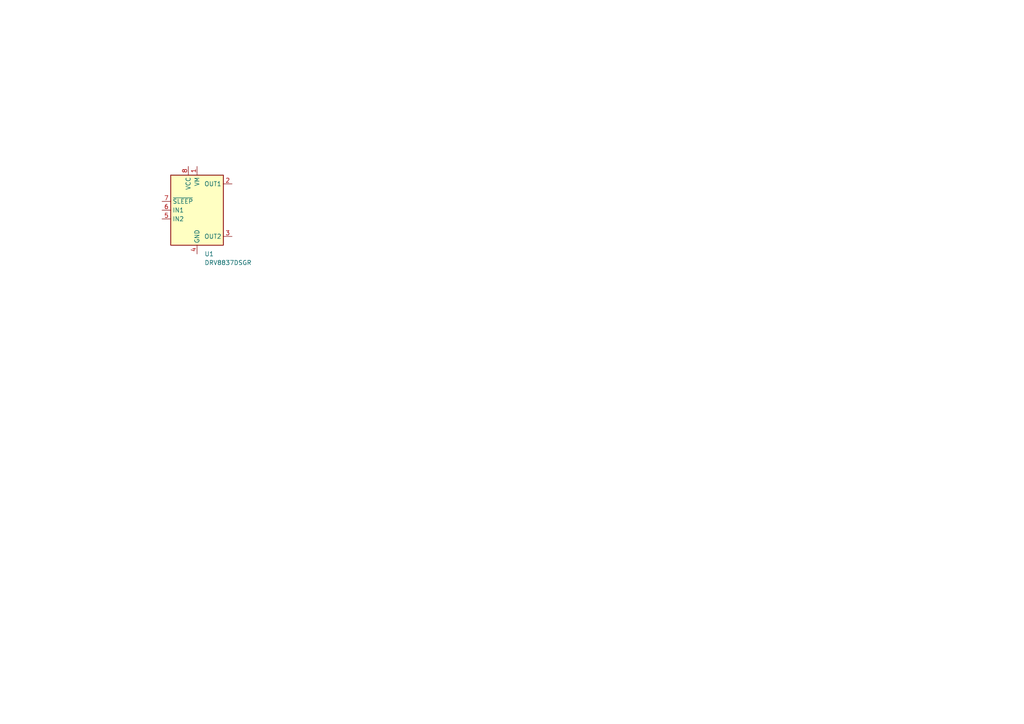
<source format=kicad_sch>
(kicad_sch (version 20250114) (generator "eeschema") (generator_version "9.0")
  (paper "A4")
  (lib_symbols
    (symbol "Driver_Motor:DRV8837"
      (property "Reference" "U" (at 6.35 11.43 0))
      (property "Value" "DRV8837" (at -10.16 11.43 0))
      (symbol "DRV8837_0_1"
        (rectangle (start -7.62 10.16) (end 7.62 -10.16) (stroke (width 0.254)) (fill (type background)))
      )
      (symbol "DRV8837_1_1"
        (pin input line (at -10.16 2.54 0) (length 2.54) (name "~{SLEEP}") (number "7"))
        (pin input line (at -10.16 0 0) (length 2.54) (name "IN1") (number "6"))
        (pin input line (at -10.16 -2.54 0) (length 2.54) (name "IN2") (number "5"))
        (pin power_in line (at -2.54 12.7 270) (length 2.54) (name "VCC") (number "8"))
        (pin power_in line (at 0 12.7 270) (length 2.54) (name "VM") (number "1"))
        (pin power_in line (at 0 -12.7 90) (length 2.54) (name "GND") (number "4"))
        (pin passive line (at 0 -12.7 90) (length 2.54) (hide yes) (name "GND") (number "9"))
        (pin output line (at 10.16 7.62 180) (length 2.54) (name "OUT1") (number "2"))
        (pin output line (at 10.16 -7.62 180) (length 2.54) (name "OUT2") (number "3"))
      )
    )
  )
  (symbol (lib_id "Driver_Motor:DRV8837") (at 57.15 60.96 0) (unit 1)
    (property "Reference" "U1" (at 59.2933 73.66 0) (effects (justify left)))
    (property "Value" "DRV8837DSGR" (at 59.2933 76.2 0) (effects (justify left)))
    (property "Footprint" "Package_SON:WSON-8-1EP_2x2mm_P0.5mm_EP0.9x1.6mm" (effects (hide yes)))
    (property "Datasheet" "http://www.ti.com/lit/ds/symlink/drv8837.pdf" (effects (hide yes)))
    (property "Description" "H-Bridge driver, 1.8A, Low Voltage, PWM input, WSON-8" (effects (hide yes)))
  )
)
</source>
